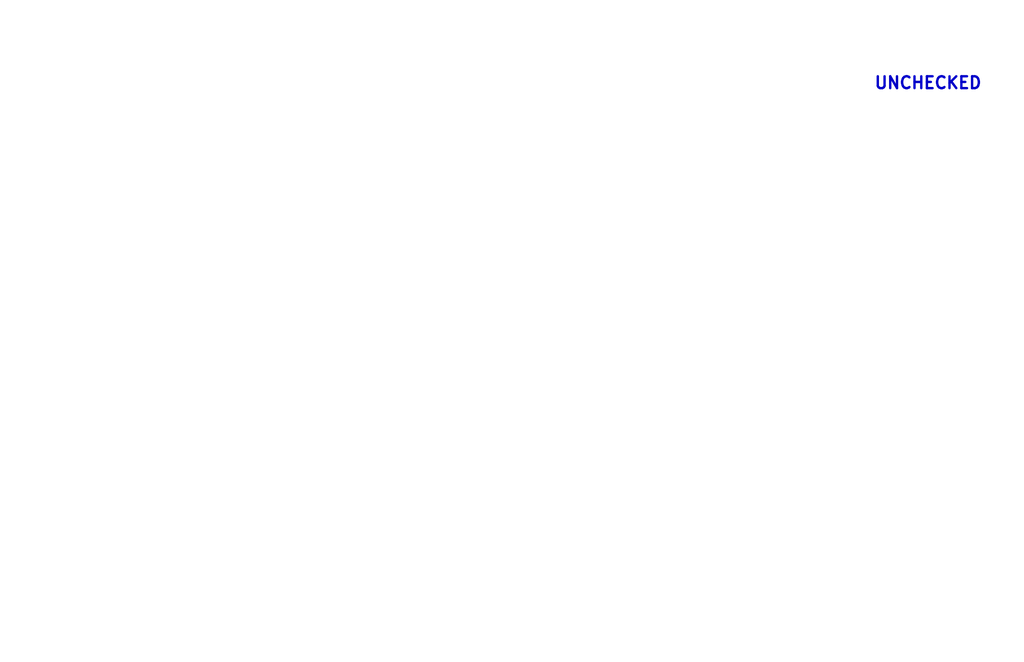
<source format=kicad_sch>
(kicad_sch (version 20230121) (generator eeschema)
  (paper "B")
  (title_block (title "SparkleSplashy") (date "2023-04-25") (company "Siavash Taher Parvar") (comment 1 "Siavash Taher Parvar") (comment 2 "Siavash Taher Parvar") (comment 3 "Siavash Taher Parvar") (comment 4 "_BOM_SpSp_V1.xlsx") (comment 5 "_ASM_SpSp_V1.html") (comment 6 "_GERBER_JLCPCB042023.zip") (comment 8 "No Variant") (comment 9 "N/A"))
  (lib_symbols)
  (text "UNCHECKED" (at 368.3 38.1 0) (effects (font (size 5 5) bold) (justify left bottom)))
)
</source>
